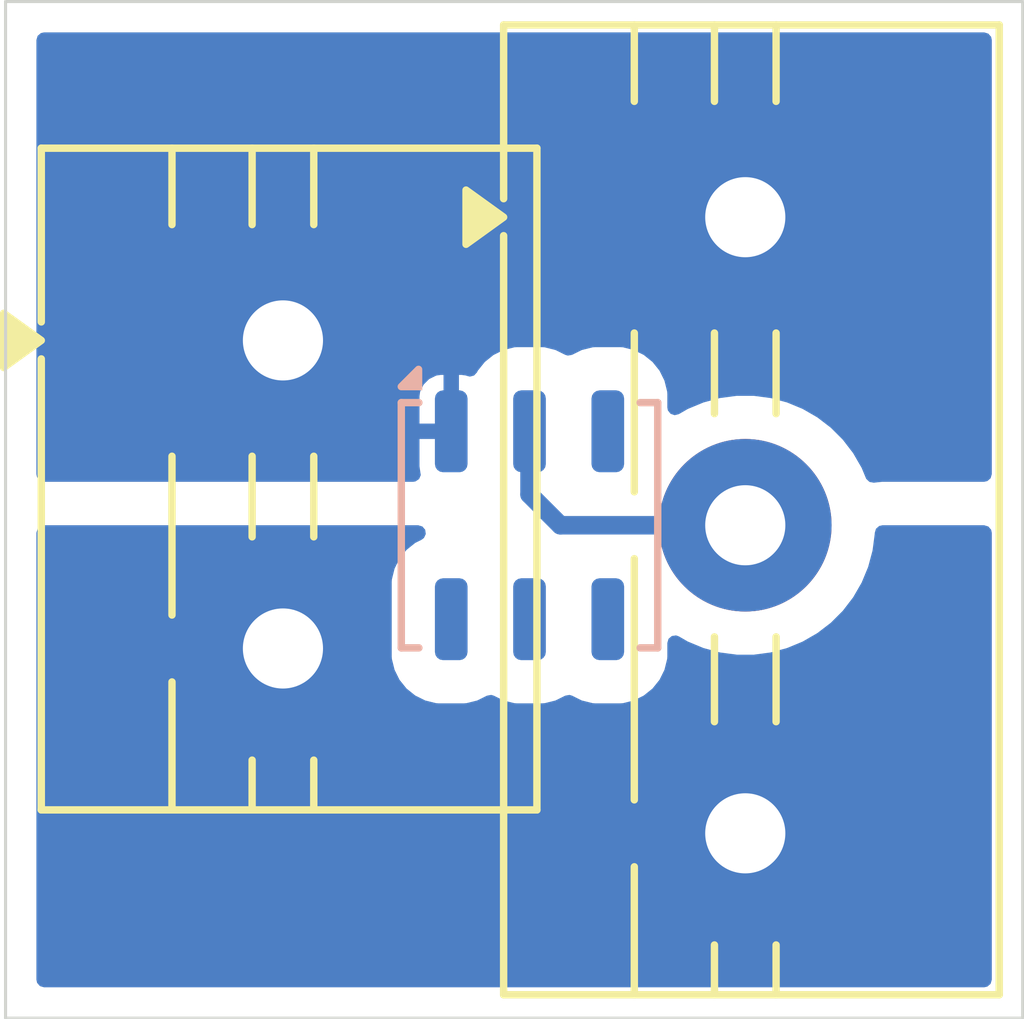
<source format=kicad_pcb>
(kicad_pcb (version 20241229) (generator "pcbnew") (generator_version "9.0")
  (layers (0 "F.Cu" signal) (2 "B.Cu" signal) (13 "F.Paste" user) (15 "B.Paste" user) (5 "F.SilkS" user "F.Silkscreen") (7 "B.SilkS" user "B.Silkscreen") (1 "F.Mask" user) (3 "B.Mask" user) (25 "Edge.Cuts" user))
  (net 0 "")
  (net 1 "GND")
  (net 2 "1WIRE")
  (net 4 "+20V")
  (footprint "TerminalBlock:TerminalBlock_MaiXu_MX126-5.0-03P_1x03_P5.00mm" (layer "F.Cu") (at 184 87.5 -90)
    (property "Reference" "J2" (hide yes))
    (property "Value" "Screw_Terminal_01x03" (hide yes))
    (fp_line (start -3.12 3.92) (end -0.3 3.92) (stroke (width 0.12)) (layer "F.SilkS"))
    (fp_line (start 0.3 3.92) (end 12.62 3.92) (stroke (width 0.12)) (layer "F.SilkS"))
    (fp_line (start -3.12 1.8) (end -1.88 1.8) (stroke (width 0.12)) (layer "F.SilkS"))
    (fp_line (start 1.88 1.8) (end 4.457 1.8) (stroke (width 0.12)) (layer "F.SilkS"))
    (fp_line (start 5.543 1.8) (end 9.457 1.8) (stroke (width 0.12)) (layer "F.SilkS"))
    (fp_line (start 10.543 1.8) (end 12.62 1.8) (stroke (width 0.12)) (layer "F.SilkS"))
    (fp_line (start -3.12 0.5) (end -1.88 0.5) (stroke (width 0.12)) (layer "F.SilkS"))
    (fp_line (start 1.88 0.5) (end 3.188 0.5) (stroke (width 0.12)) (layer "F.SilkS"))
    (fp_line (start 6.812 0.5) (end 8.188 0.5) (stroke (width 0.12)) (layer "F.SilkS"))
    (fp_line (start 11.812 0.5) (end 12.62 0.5) (stroke (width 0.12)) (layer "F.SilkS"))
    (fp_line (start -3.12 -0.5) (end -1.88 -0.5) (stroke (width 0.12)) (layer "F.SilkS"))
    (fp_line (start 1.88 -0.5) (end 3.188 -0.5) (stroke (width 0.12)) (layer "F.SilkS"))
    (fp_line (start 6.812 -0.5) (end 8.188 -0.5) (stroke (width 0.12)) (layer "F.SilkS"))
    (fp_line (start 11.812 -0.5) (end 12.62 -0.5) (stroke (width 0.12)) (layer "F.SilkS"))
    (fp_line (start -3.12 -4.12) (end -3.12 3.92) (stroke (width 0.12)) (layer "F.SilkS"))
    (fp_line (start -3.12 -4.12) (end 12.62 -4.12) (stroke (width 0.12)) (layer "F.SilkS"))
    (fp_line (start 12.62 -4.12) (end 12.62 3.92) (stroke (width 0.12)) (layer "F.SilkS"))
    (fp_poly (pts (xy 0 3.92) (xy 0.44 4.53) (xy -0.44 4.53)) (stroke (width 0.12)) (fill yes) (layer "F.SilkS"))
    (pad "1" thru_hole roundrect (at 0 0 270) (size 2.8 2.8) (drill 1.3) (layers "*.Cu" "*.Mask") (roundrect_rratio 0.089286) (net 1 "GND"))
    (pad "2" thru_hole circle (at 5 0 270) (size 2.8 2.8) (drill 1.3) (layers "*.Cu" "*.Mask") (net 2 "1WIRE"))
    (pad "3" thru_hole circle (at 10 0 270) (size 2.8 2.8) (drill 1.3) (layers "*.Cu" "*.Mask") (net 4 "+20V"))
  )
  (footprint "TerminalBlock:TerminalBlock_MaiXu_MX126-5.0-02P_1x02_P5.00mm" (layer "F.Cu") (at 176.5 89.5 -90)
    (property "Reference" "J1" (hide yes))
    (property "Value" "Screw_Terminal_01x02" (hide yes))
    (fp_line (start -3.12 3.92) (end -0.3 3.92) (stroke (width 0.12)) (layer "F.SilkS"))
    (fp_line (start 0.3 3.92) (end 7.62 3.92) (stroke (width 0.12)) (layer "F.SilkS"))
    (fp_line (start -3.12 1.8) (end -1.88 1.8) (stroke (width 0.12)) (layer "F.SilkS"))
    (fp_line (start 1.88 1.8) (end 4.457 1.8) (stroke (width 0.12)) (layer "F.SilkS"))
    (fp_line (start 5.543 1.8) (end 7.62 1.8) (stroke (width 0.12)) (layer "F.SilkS"))
    (fp_line (start -3.12 0.5) (end -1.88 0.5) (stroke (width 0.12)) (layer "F.SilkS"))
    (fp_line (start 1.88 0.5) (end 3.188 0.5) (stroke (width 0.12)) (layer "F.SilkS"))
    (fp_line (start 6.812 0.5) (end 7.62 0.5) (stroke (width 0.12)) (layer "F.SilkS"))
    (fp_line (start -3.12 -0.5) (end -1.88 -0.5) (stroke (width 0.12)) (layer "F.SilkS"))
    (fp_line (start 1.88 -0.5) (end 3.188 -0.5) (stroke (width 0.12)) (layer "F.SilkS"))
    (fp_line (start 6.812 -0.5) (end 7.62 -0.5) (stroke (width 0.12)) (layer "F.SilkS"))
    (fp_line (start -3.12 -4.12) (end -3.12 3.92) (stroke (width 0.12)) (layer "F.SilkS"))
    (fp_line (start -3.12 -4.12) (end 7.62 -4.12) (stroke (width 0.12)) (layer "F.SilkS"))
    (fp_line (start 7.62 -4.12) (end 7.62 3.92) (stroke (width 0.12)) (layer "F.SilkS"))
    (fp_poly (pts (xy 0 3.92) (xy 0.44 4.53) (xy -0.44 4.53)) (stroke (width 0.12)) (fill yes) (layer "F.SilkS"))
    (pad "1" thru_hole roundrect (at 0 0 270) (size 2.8 2.8) (drill 1.3) (layers "*.Cu" "*.Mask") (roundrect_rratio 0.089286) (net 1 "GND"))
    (pad "2" thru_hole circle (at 5 0 270) (size 2.8 2.8) (drill 1.3) (layers "*.Cu" "*.Mask") (net 4 "+20V"))
  )
  (footprint "Package_SO_J-Lead:TSOC-6_3.76x3.94mm_P1.27mm" (layer "B.Cu") (at 180.5 92.5 -90)
    (property "Reference" "U1" (hide yes))
    (property "Value" "DS2431P" (hide yes))
    (fp_line (start 1.99 2.08) (end -1.99 2.08) (stroke (width 0.12)) (layer "B.SilkS"))
    (fp_line (start 1.99 2.08) (end 1.99 1.795) (stroke (width 0.12)) (layer "B.SilkS"))
    (fp_line (start -1.99 1.795) (end -1.99 2.08) (stroke (width 0.12)) (layer "B.SilkS"))
    (fp_line (start -1.99 -1.795) (end -1.99 -2.08) (stroke (width 0.12)) (layer "B.SilkS"))
    (fp_line (start 1.99 -1.795) (end 1.99 -2.08) (stroke (width 0.12)) (layer "B.SilkS"))
    (fp_line (start -1.99 -2.08) (end 1.99 -2.08) (stroke (width 0.12)) (layer "B.SilkS"))
    (fp_poly (pts (xy -2.25 1.8) (xy -2.53 1.8) (xy -2.25 2.08) (xy -2.25 1.8)) (stroke (width 0.12)) (fill yes) (layer "B.SilkS"))
    (pad "1" smd roundrect (at -1.525 1.27 270) (size 1.33 0.53) (layers "B.Cu" "B.Mask" "B.Paste") (net 1 "GND") (thermal_bridge_width 0.203) (thermal_gap 0.25))
    (pad "2" smd roundrect (at -1.525 0 270) (size 1.33 0.53) (layers "B.Cu" "B.Mask" "B.Paste") (net 2 "1WIRE"))
    (pad "3" smd roundrect (at -1.525 -1.27 270) (size 1.33 0.53) (layers "B.Cu" "B.Mask" "B.Paste"))
    (pad "4" smd roundrect (at 1.525 -1.27 270) (size 1.33 0.53) (layers "B.Cu" "B.Mask" "B.Paste"))
    (pad "5" smd roundrect (at 1.525 0 270) (size 1.33 0.53) (layers "B.Cu" "B.Mask" "B.Paste"))
    (pad "6" smd roundrect (at 1.525 1.27 270) (size 1.33 0.53) (layers "B.Cu" "B.Mask" "B.Paste"))
  )
  (gr_line (start 188.5 84) (end 172 84) (stroke (width 0.05)) (layer "Edge.Cuts"))
  (gr_line (start 188.5 100.5) (end 188.5 84) (stroke (width 0.05)) (layer "Edge.Cuts"))
  (gr_line (start 172 84) (end 172 100.5) (stroke (width 0.05)) (layer "Edge.Cuts"))
  (gr_line (start 172 100.5) (end 188.5 100.5) (stroke (width 0.05)) (layer "Edge.Cuts"))
  (segment (start 179.25 90.825) (end 179.25 91.49) (width 0.2) (layer "B.Cu") (net 1))
  (segment (start 175.5 90.975) (end 175.5 90.31) (width 0.2) (layer "B.Cu") (net 1))
  (segment (start 180.5 92) (end 181 92.5) (width 0.3) (layer "B.Cu") (net 2))
  (segment (start 181 92.5) (end 184 92.5) (width 0.3) (layer "B.Cu") (net 2))
  (segment (start 180.5 90.975) (end 180.5 92) (width 0.3) (layer "B.Cu") (net 2))
  (segment (start 184 92.91) (end 184 92.5) (width 0.2) (layer "B.Cu") (net 2))
  (zone (net 1) (net_name "GND") (layer "B.Cu") (connect_pads yes (clearance 0.7)) (min_thickness 0.25) (fill yes (thermal_gap 0.5) (thermal_bridge_width 0.5))
    (polygon (pts (xy 172 84) (xy 188.5 84) (xy 188.5 92.5) (xy 172 92.5)))
  )
  (zone (net 4) (net_name "+20V") (layer "B.Cu") (priority 1) (connect_pads yes (clearance 0.7)) (min_thickness 0.25) (fill yes (thermal_gap 0.5) (thermal_bridge_width 0.5))
    (polygon (pts (xy 188.5 100.5) (xy 172 100.5) (xy 172 92.5) (xy 188.5 92.5)))
  )
)
</source>
